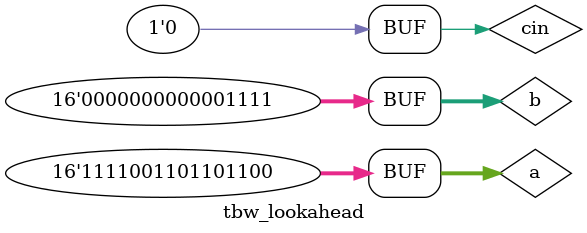
<source format=v>
module CLA_Adder(a,b,cin,sum,cout);
	input[15:0] a,b;
	input cin;
	output [15:0] sum;
	output cout;
	wire p0,p1,p2,p3,p4,p5,p6,p7,p8,p9,p10,p11,p12,p13,p14,p15,g0,g1,g2,g3,g4,g5,g6,g7,g8,g9,g10,g11,g12,g13,g14,g15,c0,c1,c2,c3,c4,c5,c6,c7,c8,c9,c10,c11,c12,c13,c14,c15;
  assign p0=(a[0]^b[0]);
  assign p1=(a[1]^b[1]);
               assign p2=(a[2]^b[2]);
               assign p3=(a[3]^b[3]);
               assign p4=(a[4]^b[4]);
               assign p5=(a[5]^b[5]);
  assign p6=(a[6]^b[6]);
  assign p7=(a[7]^b[7]);
  assign p8=(a[8]^b[8]);
  assign p9=(a[9]^b[9]);
  assign p10=(a[10]^b[10]);
  assign p11=(a[11]^b[11]);
  assign p12=(a[12]^b[12]);
  assign p13=(a[13]^b[13]);
  assign p14=(a[14]^b[14]);
assign p15=(a[15]^b[15]);
  assign g0=(a[0]&b[0]);
      assign g1=(a[1]&b[1]);
               assign g2=(a[2]&b[2]);
               assign g3=(a[3]&b[3]);
               assign g4=(a[4]&b[4]);
               assign g5=(a[5]&b[5]);
  assign g6=(a[6]&b[6]);
  assign g7=(a[7]&b[7]);
  assign g8=(a[8]&b[8]);
  assign g9=(a[9]&b[9]);
  assign g10=(a[10]&b[10]);
  assign g11=(a[11]&b[11]);
  assign g12=(a[12]&b[12]);
  assign g13=(a[13]&b[13]);
  assign g14=(a[14]&b[14]);
assign g15=(a[15]&b[15]);
  assign c0= cin;
  assign c1=g0|(p0&cin);
  assign c2=g1|(p1&g0)|(p1&p0&cin);
               assign c3=g2|(p2&g1)|(p2&p1&g0)|(p2&p1&p0&cin);
               assign c4=g3|(p3&g2)|(p3&p2&g1)|(p3&p2&p1&g0)|(p3&p2&p1&p0&cin);
               assign c5 =g4|(p4&g3)|(p4&p3&g2)|(p4&p3&p2&g1)|(p3&p2&p1&p0&cin);
        assign c6=g5|(p5&g4)|(p5&p4&g3)|(p5&p4&p3&g2)|(p4&p3&p2&g1)|(p3&p2&p1&p0&cin);
        assign c7=g6|(p6&g5)|(p6&p5&g4)|(p6&p5&p4&g3)||(p5&p4&p3&g2)|(p4&p3&p2&g1)|(p3&p2&p1&p0&cin);
      assign c8=g7|(p7&g6)|(p7&p6&g5)|(p7&p6&p5&g4)|(p6&p5&p4&g3)||(p5&p4&p3&g2)|(p4&p3&p2&g1)|(p3&p2&p1&p0&cin);
      assign c9=g8|(p8&g7)|(p8&p7&g6)|(p8&p7&p6&g5)|(p7&p6&p5&g4)|(p6&p5&p4&g3)||(p5&p4&p3&g2)|(p4&p3&p2&g1)|(p3&p2&p1&p0&cin);
      assign c10=g9|(p9&g8)|(p9&p8&g7)|(p9&p8&p7&g6)|(p8&p7&p6&g5)|(p7&p6&p5&g4)|(p6&p5&p4&g3)||(p5&p4&p3&g2)|(p4&p3&p2&g1)|(p3&p2&p1&p0&cin);
      assign c11=g10|(p10&g9)|(p10&p9&g8)|(p10&p9&p8&g7)|(p9&p8&p7&g6)|(p8&p7&p6&g5)|(p7&p6&p5&g4)|(p6&p5&p4&g3)||(p5&p4&p3&g2)|(p4&p3&p2&g1)|(p3&p2&p1&p0&cin);
      assign c12=g11|(p11&g10)|(p11&p10&g9)|(p11&p10&p9&g8)|(p10&p9&p8&g7)|(p9&p8&p7&g6)|(p8&p7&p6&g5)|(p7&p6&p5&g4)|(p6&p5&p4&g3)||(p5&p4&p3&g2)|(p4&p3&p2&g1)|(p3&p2&p1&p0&cin);
      assign c13=g12|(p12&g11)|(p12&p11&g10)|(p12&p11&p10&g9)|(p11&p10&p9&g8)|(p10&p9&p8&g7)|(p9&p8&p7&g6)|(p8&p7&p6&g5)|(p7&p6&p5&g4)|(p6&p5&p4&g3)|(p5&p4&p3&g2)|(p4&p3&p2&g1)|(p3&p2&p1&p0&cin);
      assign c14=g13|(p13&g12)|(p13&p12&g11)|(p13&p12&p11&g10)|(p12&p11&p10&g9)|(p11&p10&p9&g8)|(p10&p9&p8&g7)|(p9&p8&p7&g6)|(p8&p7&p6&g5)|(p7&p6&p5&g4)|(p6&p5&p4&g3)||(p5&p4&p3&g2)|(p4&p3&p2&g1)|(p3&p2&p1&p0&cin);
      assign c15=g14|(p14&g13)|(p14&p13&g12)|(p14&p13&p12&g11)|(p13&p12&p11&g10)|(p12&p11&p10&g9)|(p11&p10&p9&g8)|(p10&p9&p8&g7)|(p9&p8&p7&g6)|(p8&p7&p6&g5)|(p7&p6&p5&g4)|(p6&p5&p4&g3)||(p5&p4&p3&g2)|(p4&p3&p2&g1)|(p3&p2&p1&p0&cin);

      assign sum[0]=p0^c0;
  assign sum[1]=p1^c1;
  assign sum[2]=p2^c2;
  assign sum[3]=p3^c3;
  assign sum[4]=p4^c4;
  assign sum[5]=p5^c5;
  assign sum[6]=p6^c6;
  assign sum[7]=p7^c7;
  assign sum[8]=p8^c8;
  assign sum[9]=p9^c9;
  assign sum[10]=p10^c10;
  assign sum[11]=p11^c11;
  assign sum[12]=p12^c12;
  assign sum[13]=p13^c13;
  assign sum[14]=p14^c14;
      assign sum[15]=p15^p15;

	assign cout=c4;

endmodule
module tbw_lookahead;

	// Inputs
	reg [15:0] a;
	reg [15:0] b;
	reg cin;

	// Outputs
	wire [15:0] sum;
	wire cout;

	// Instantiate the Unit Under Test (UUT)
	CLA_Adder uut (
		.a(a),
		.b(b),
		.cin(cin),
		.sum(sum),
		.cout(cout)
	);

	initial begin
      $monitor( $time,"a=%b,a=%b,cout=%b,sum=%b",a,b,cout,sum);

		a = 0;
		b = 0;
		cin = 0;
      #10 a = (-10); b = 100 ; cin= 0;
#10 a = 63; b = 127 ; cin= 0;
#10 a = 15; b= 95; cin = 0;
      #10 a = -32; b = 79 ; cin= 0;
      #10 a = -59; b = -16 ; cin= 0;
      #10 a = 1000; b = 2001 ; cin= 0;
      #10 a = -3220; b = 15 ; cin= 0;


		// Wait 100 ns for global reset to finish
		#100;


	end

endmodule

</source>
